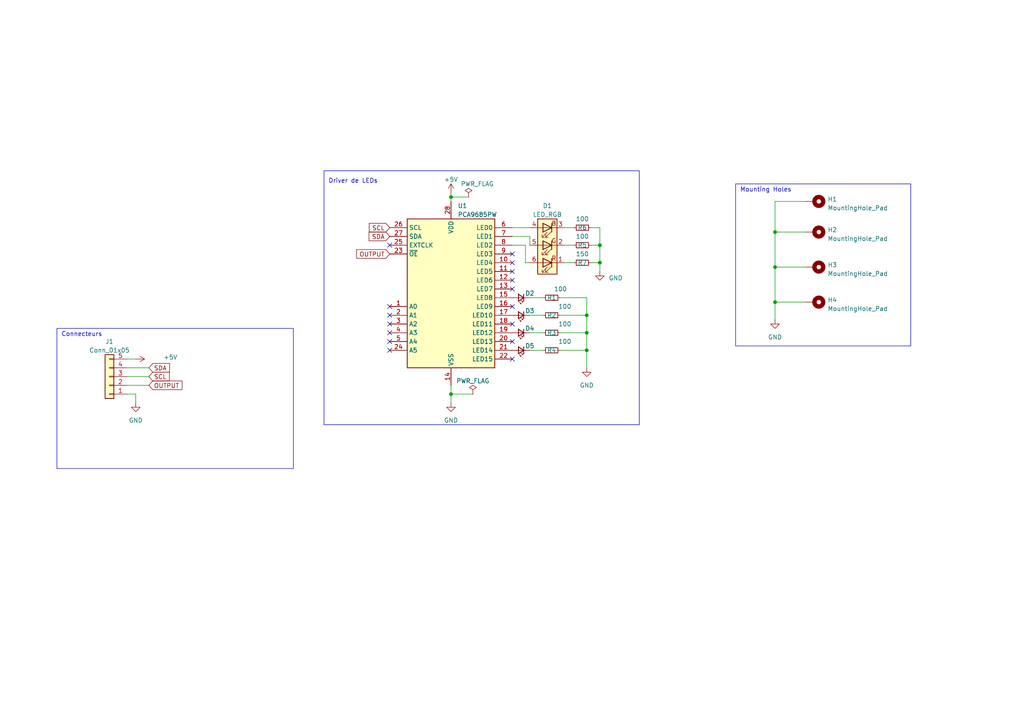
<source format=kicad_sch>
(kicad_sch (version 20230121) (generator eeschema)
  (paper "A4")
  (title_block (title "PCB LEDs") (date "2023-04-11") (rev "1.0") (company "ENSEA"))
  (lib_symbols
    (symbol "Connector_Generic:Conn_01x05" (pin_names (offset 1.016) hide)
      (property "Reference" "J" (at 0 7.62 0))
      (property "Value" "Conn_01x05" (at 0 -7.62 0))
      (symbol "Conn_01x05_1_1"
        (rectangle (start -1.27 -4.953) (end 0 -5.207) (stroke (width 0.1524)))
        (rectangle (start -1.27 -2.413) (end 0 -2.667) (stroke (width 0.1524)))
        (rectangle (start -1.27 0.127) (end 0 -0.127) (stroke (width 0.1524)))
        (rectangle (start -1.27 2.667) (end 0 2.413) (stroke (width 0.1524)))
        (rectangle (start -1.27 5.207) (end 0 4.953) (stroke (width 0.1524)))
        (rectangle (start -1.27 6.35) (end 1.27 -6.35) (stroke (width 0.254)) (fill (type background)))
        (pin passive line (at -5.08 5.08 0) (length 3.81) (name "Pin_1") (number "1"))
        (pin passive line (at -5.08 2.54 0) (length 3.81) (name "Pin_2") (number "2"))
        (pin passive line (at -5.08 0 0) (length 3.81) (name "Pin_3") (number "3"))
        (pin passive line (at -5.08 -2.54 0) (length 3.81) (name "Pin_4") (number "4"))
        (pin passive line (at -5.08 -5.08 0) (length 3.81) (name "Pin_5") (number "5"))
      )
    )
    (symbol "Device:LED_RGB" (pin_names (offset 0) hide)
      (property "Reference" "D" (at 0 9.398 0))
      (property "Value" "LED_RGB" (at 0 -8.89 0))
      (symbol "LED_RGB_0_0"
        (text "B" (at -1.905 -6.35 0) (effects (font (size 1.27 1.27))))
        (text "G" (at -1.905 -1.27 0) (effects (font (size 1.27 1.27))))
        (text "R" (at -1.905 3.81 0) (effects (font (size 1.27 1.27))))
      )
      (symbol "LED_RGB_0_1"
        (polyline (pts (xy -1.27 -5.08) (xy -2.54 -5.08)))
        (polyline (pts (xy -1.27 -5.08) (xy 1.27 -5.08)))
        (polyline (pts (xy -1.27 -3.81) (xy -1.27 -6.35)) (stroke (width 0.254)))
        (polyline (pts (xy -1.27 0) (xy -2.54 0)))
        (polyline (pts (xy -1.27 1.27) (xy -1.27 -1.27)) (stroke (width 0.254)))
        (polyline (pts (xy -1.27 5.08) (xy -2.54 5.08)))
        (polyline (pts (xy -1.27 5.08) (xy 1.27 5.08)))
        (polyline (pts (xy -1.27 6.35) (xy -1.27 3.81)) (stroke (width 0.254)))
        (polyline (pts (xy 1.27 -5.08) (xy 2.54 -5.08)))
        (polyline (pts (xy 1.27 0) (xy -1.27 0)))
        (polyline (pts (xy 1.27 0) (xy 2.54 0)))
        (polyline (pts (xy 1.27 5.08) (xy 2.54 5.08)))
        (polyline (pts (xy -1.27 1.27) (xy -1.27 -1.27) (xy -1.27 -1.27)))
        (polyline (pts (xy -1.27 6.35) (xy -1.27 3.81) (xy -1.27 3.81)))
        (polyline (pts (xy 1.27 -3.81) (xy 1.27 -6.35) (xy -1.27 -5.08) (xy 1.27 -3.81)) (stroke (width 0.254)))
        (polyline (pts (xy 1.27 1.27) (xy 1.27 -1.27) (xy -1.27 0) (xy 1.27 1.27)) (stroke (width 0.254)))
        (polyline (pts (xy 1.27 6.35) (xy 1.27 3.81) (xy -1.27 5.08) (xy 1.27 6.35)) (stroke (width 0.254)))
        (polyline (pts (xy -1.016 -3.81) (xy 0.508 -2.286) (xy -0.254 -2.286) (xy 0.508 -2.286) (xy 0.508 -3.048)))
        (polyline (pts (xy -1.016 1.27) (xy 0.508 2.794) (xy -0.254 2.794) (xy 0.508 2.794) (xy 0.508 2.032)))
        (polyline (pts (xy -1.016 6.35) (xy 0.508 7.874) (xy -0.254 7.874) (xy 0.508 7.874) (xy 0.508 7.112)))
        (polyline (pts (xy 0 -3.81) (xy 1.524 -2.286) (xy 0.762 -2.286) (xy 1.524 -2.286) (xy 1.524 -3.048)))
        (polyline (pts (xy 0 1.27) (xy 1.524 2.794) (xy 0.762 2.794) (xy 1.524 2.794) (xy 1.524 2.032)))
        (polyline (pts (xy 0 6.35) (xy 1.524 7.874) (xy 0.762 7.874) (xy 1.524 7.874) (xy 1.524 7.112)))
        (rectangle (start 1.27 -1.27) (end 1.27 1.27))
        (rectangle (start 1.27 1.27) (end 1.27 1.27))
        (rectangle (start 1.27 3.81) (end 1.27 6.35))
        (rectangle (start 1.27 6.35) (end 1.27 6.35))
        (rectangle (start 2.794 8.382) (end -2.794 -7.62) (stroke (width 0.254)) (fill (type background)))
      )
      (symbol "LED_RGB_1_1"
        (pin passive line (at -5.08 5.08 0) (length 2.54) (name "RK") (number "1"))
        (pin passive line (at -5.08 0 0) (length 2.54) (name "GK") (number "2"))
        (pin passive line (at -5.08 -5.08 0) (length 2.54) (name "BK") (number "3"))
        (pin passive line (at 5.08 -5.08 180) (length 2.54) (name "BA") (number "4"))
        (pin passive line (at 5.08 0 180) (length 2.54) (name "GA") (number "5"))
        (pin passive line (at 5.08 5.08 180) (length 2.54) (name "RA") (number "6"))
      )
    )
    (symbol "Device:LED_Small" (pin_numbers hide) (pin_names (offset 0.254) hide)
      (property "Reference" "D" (at -1.27 3.175 0))
      (property "Value" "LED_Small" (at -4.445 -2.54 0))
      (symbol "LED_Small_0_1"
        (polyline (pts (xy -0.762 -1.016) (xy -0.762 1.016)) (stroke (width 0.254)))
        (polyline (pts (xy 1.016 0) (xy -0.762 0)))
        (polyline (pts (xy 0.762 -1.016) (xy -0.762 0) (xy 0.762 1.016) (xy 0.762 -1.016)) (stroke (width 0.254)))
        (polyline (pts (xy 0 0.762) (xy -0.508 1.27) (xy -0.254 1.27) (xy -0.508 1.27) (xy -0.508 1.016)))
        (polyline (pts (xy 0.508 1.27) (xy 0 1.778) (xy 0.254 1.778) (xy 0 1.778) (xy 0 1.524)))
      )
      (symbol "LED_Small_1_1"
        (pin passive line (at -2.54 0 0) (length 1.778) (name "K") (number "1"))
        (pin passive line (at 2.54 0 180) (length 1.778) (name "A") (number "2"))
      )
    )
    (symbol "Device:R_Small" (pin_numbers hide) (pin_names (offset 0.254) hide)
      (property "Reference" "R" (at 0.762 0.508 0))
      (property "Value" "R_Small" (at 0.762 -1.016 0))
      (symbol "R_Small_0_1"
        (rectangle (start -0.762 1.778) (end 0.762 -1.778) (stroke (width 0.2032)))
      )
      (symbol "R_Small_1_1"
        (pin passive line (at 0 2.54 270) (length 0.762) (name "~") (number "1"))
        (pin passive line (at 0 -2.54 90) (length 0.762) (name "~") (number "2"))
      )
    )
    (symbol "Driver_LED:PCA9685PW"
      (property "Reference" "U" (at -12.7 22.225 0))
      (property "Value" "PCA9685PW" (at 1.27 22.225 0))
      (symbol "PCA9685PW_0_1"
        (rectangle (start -12.7 20.32) (end 12.7 -22.86) (stroke (width 0.254)) (fill (type background)))
      )
      (symbol "PCA9685PW_1_1"
        (pin input line (at -17.78 -5.08 0) (length 5.08) (name "A0") (number "1"))
        (pin output line (at 17.78 7.62 180) (length 5.08) (name "LED4") (number "10"))
        (pin output line (at 17.78 5.08 180) (length 5.08) (name "LED5") (number "11"))
        (pin output line (at 17.78 2.54 180) (length 5.08) (name "LED6") (number "12"))
        (pin output line (at 17.78 0 180) (length 5.08) (name "LED7") (number "13"))
        (pin power_in line (at 0 -27.94 90) (length 5.08) (name "VSS") (number "14"))
        (pin output line (at 17.78 -2.54 180) (length 5.08) (name "LED8") (number "15"))
        (pin output line (at 17.78 -5.08 180) (length 5.08) (name "LED9") (number "16"))
        (pin output line (at 17.78 -7.62 180) (length 5.08) (name "LED10") (number "17"))
        (pin output line (at 17.78 -10.16 180) (length 5.08) (name "LED11") (number "18"))
        (pin output line (at 17.78 -12.7 180) (length 5.08) (name "LED12") (number "19"))
        (pin input line (at -17.78 -7.62 0) (length 5.08) (name "A1") (number "2"))
        (pin output line (at 17.78 -15.24 180) (length 5.08) (name "LED13") (number "20"))
        (pin output line (at 17.78 -17.78 180) (length 5.08) (name "LED14") (number "21"))
        (pin output line (at 17.78 -20.32 180) (length 5.08) (name "LED15") (number "22"))
        (pin input line (at -17.78 10.16 0) (length 5.08) (name "~{OE}") (number "23"))
        (pin input line (at -17.78 -17.78 0) (length 5.08) (name "A5") (number "24"))
        (pin input line (at -17.78 12.7 0) (length 5.08) (name "EXTCLK") (number "25"))
        (pin input line (at -17.78 17.78 0) (length 5.08) (name "SCL") (number "26"))
        (pin bidirectional line (at -17.78 15.24 0) (length 5.08) (name "SDA") (number "27"))
        (pin power_in line (at 0 25.4 270) (length 5.08) (name "VDD") (number "28"))
        (pin input line (at -17.78 -10.16 0) (length 5.08) (name "A2") (number "3"))
        (pin input line (at -17.78 -12.7 0) (length 5.08) (name "A3") (number "4"))
        (pin input line (at -17.78 -15.24 0) (length 5.08) (name "A4") (number "5"))
        (pin output line (at 17.78 17.78 180) (length 5.08) (name "LED0") (number "6"))
        (pin output line (at 17.78 15.24 180) (length 5.08) (name "LED1") (number "7"))
        (pin output line (at 17.78 12.7 180) (length 5.08) (name "LED2") (number "8"))
        (pin output line (at 17.78 10.16 180) (length 5.08) (name "LED3") (number "9"))
      )
    )
    (symbol "Mechanical:MountingHole_Pad" (pin_numbers hide) (pin_names (offset 1.016) hide)
      (property "Reference" "H" (at 0 6.35 0))
      (property "Value" "MountingHole_Pad" (at 0 4.445 0))
      (symbol "MountingHole_Pad_0_1"
        (circle (center 0 1.27) (radius 1.27) (stroke (width 1.27)))
      )
      (symbol "MountingHole_Pad_1_1"
        (pin input line (at 0 -2.54 90) (length 2.54) (name "1") (number "1"))
      )
    )
    (symbol "power:+5V" (power) (pin_names (offset 0))
      (property "Value" "+5V" (at 0 3.556 0))
      (symbol "+5V_0_1"
        (polyline (pts (xy -0.762 1.27) (xy 0 2.54)))
        (polyline (pts (xy 0 0) (xy 0 2.54)))
        (polyline (pts (xy 0 2.54) (xy 0.762 1.27)))
      )
      (symbol "+5V_1_1"
        (pin power_in line (at 0 0 90) (length 0) hide (name "+5V") (number "1"))
      )
    )
    (symbol "power:GND" (power) (pin_names (offset 0))
      (property "Value" "GND" (at 0 -3.81 0))
      (symbol "GND_0_1"
        (polyline (pts (xy 0 0) (xy 0 -1.27) (xy 1.27 -1.27) (xy 0 -2.54) (xy -1.27 -1.27) (xy 0 -1.27)))
      )
      (symbol "GND_1_1"
        (pin power_in line (at 0 0 270) (length 0) hide (name "GND") (number "1"))
      )
    )
    (symbol "power:PWR_FLAG" (power) (pin_numbers hide) (pin_names (offset 0) hide)
      (property "Value" "PWR_FLAG" (at 0 3.81 0))
      (symbol "PWR_FLAG_0_0"
        (pin power_out line (at 0 0 90) (length 0) (name "pwr") (number "1"))
      )
      (symbol "PWR_FLAG_0_1"
        (polyline (pts (xy 0 0) (xy 0 1.27) (xy -1.016 1.905) (xy 0 2.54) (xy 1.016 1.905) (xy 0 1.27)))
      )
    )
  )
  (junction (at 224.79 77.47))
  (junction (at 170.18 101.6))
  (junction (at 130.81 57.15))
  (junction (at 173.99 76.2))
  (junction (at 130.81 114.3))
  (junction (at 170.18 91.44))
  (junction (at 224.79 67.31))
  (junction (at 170.18 96.52))
  (junction (at 173.99 71.12))
  (junction (at 224.79 87.63))
  (no_connect (at 113.03 71.12))
  (no_connect (at 113.03 91.44))
  (no_connect (at 148.59 76.2))
  (no_connect (at 148.59 81.28))
  (no_connect (at 113.03 88.9))
  (no_connect (at 148.59 78.74))
  (no_connect (at 148.59 83.82))
  (no_connect (at 113.03 93.98))
  (no_connect (at 113.03 96.52))
  (no_connect (at 148.59 73.66))
  (no_connect (at 148.59 93.98))
  (no_connect (at 148.59 104.14))
  (no_connect (at 148.59 88.9))
  (no_connect (at 113.03 99.06))
  (no_connect (at 148.59 99.06))
  (no_connect (at 113.03 101.6))
  (wire (pts (xy 130.81 114.3) (xy 137.16 114.3)))
  (polyline (pts (xy 93.98 49.53) (xy 185.42 49.53)))
  (wire (pts (xy 170.18 91.44) (xy 170.18 96.52)))
  (wire (pts (xy 43.18 111.76) (xy 36.83 111.76)))
  (wire (pts (xy 163.83 76.2) (xy 166.37 76.2)))
  (wire (pts (xy 163.83 66.04) (xy 166.37 66.04)))
  (wire (pts (xy 224.79 77.47) (xy 233.68 77.47)))
  (wire (pts (xy 162.56 96.52) (xy 170.18 96.52)))
  (wire (pts (xy 153.67 68.58) (xy 153.67 71.12)))
  (wire (pts (xy 170.18 101.6) (xy 170.18 106.68)))
  (wire (pts (xy 153.67 68.58) (xy 148.59 68.58)))
  (wire (pts (xy 43.18 109.22) (xy 36.83 109.22)))
  (wire (pts (xy 152.4 76.2) (xy 153.67 76.2)))
  (wire (pts (xy 170.18 86.36) (xy 170.18 91.44)))
  (wire (pts (xy 148.59 66.04) (xy 153.67 66.04)))
  (wire (pts (xy 36.83 104.14) (xy 39.37 104.14)))
  (wire (pts (xy 153.67 91.44) (xy 157.48 91.44)))
  (polyline (pts (xy 93.98 49.53) (xy 93.98 123.19)))
  (polyline (pts (xy 185.42 49.53) (xy 185.42 123.19)))
  (wire (pts (xy 170.18 96.52) (xy 170.18 101.6)))
  (wire (pts (xy 173.99 71.12) (xy 171.45 71.12)))
  (wire (pts (xy 224.79 77.47) (xy 224.79 87.63)))
  (wire (pts (xy 39.37 114.3) (xy 36.83 114.3)))
  (wire (pts (xy 224.79 87.63) (xy 224.79 92.71)))
  (wire (pts (xy 153.67 86.36) (xy 157.48 86.36)))
  (polyline (pts (xy 213.36 53.34) (xy 213.36 100.33)))
  (polyline (pts (xy 264.16 100.33) (xy 213.36 100.33)))
  (wire (pts (xy 162.56 86.36) (xy 170.18 86.36)))
  (wire (pts (xy 130.81 57.15) (xy 135.89 57.15)))
  (wire (pts (xy 171.45 66.04) (xy 173.99 66.04)))
  (wire (pts (xy 173.99 78.74) (xy 173.99 76.2)))
  (wire (pts (xy 36.83 106.68) (xy 43.18 106.68)))
  (wire (pts (xy 162.56 101.6) (xy 170.18 101.6)))
  (polyline (pts (xy 264.16 53.34) (xy 264.16 100.33)))
  (wire (pts (xy 171.45 76.2) (xy 173.99 76.2)))
  (polyline (pts (xy 213.36 53.34) (xy 264.16 53.34)))
  (wire (pts (xy 224.79 87.63) (xy 233.68 87.63)))
  (wire (pts (xy 130.81 114.3) (xy 130.81 111.76)))
  (polyline (pts (xy 185.42 123.19) (xy 93.98 123.19)))
  (wire (pts (xy 224.79 67.31) (xy 233.68 67.31)))
  (wire (pts (xy 153.67 96.52) (xy 157.48 96.52)))
  (wire (pts (xy 173.99 66.04) (xy 173.99 71.12)))
  (wire (pts (xy 130.81 55.88) (xy 130.81 57.15)))
  (wire (pts (xy 233.68 58.42) (xy 224.79 58.42)))
  (wire (pts (xy 152.4 71.12) (xy 152.4 76.2)))
  (wire (pts (xy 166.37 71.12) (xy 163.83 71.12)))
  (wire (pts (xy 224.79 67.31) (xy 224.79 77.47)))
  (wire (pts (xy 39.37 116.84) (xy 39.37 114.3)))
  (wire (pts (xy 162.56 91.44) (xy 170.18 91.44)))
  (wire (pts (xy 130.81 57.15) (xy 130.81 58.42)))
  (wire (pts (xy 224.79 58.42) (xy 224.79 67.31)))
  (wire (pts (xy 153.67 101.6) (xy 157.48 101.6)))
  (wire (pts (xy 148.59 71.12) (xy 152.4 71.12)))
  (wire (pts (xy 130.81 116.84) (xy 130.81 114.3)))
  (wire (pts (xy 173.99 76.2) (xy 173.99 71.12)))
  (rectangle (start 16.51 95.25) (end 85.09 135.89))
  (text "Connecteurs" (at 17.78 97.79 0) (effects (font (size 1.27 1.27)) (justify left bottom)))
  (text "Mounting Holes" (at 214.63 55.88 0) (effects (font (size 1.27 1.27)) (justify left bottom)))
  (text "Driver de LEDs" (at 95.25 53.34 0) (effects (font (size 1.27 1.27)) (justify left bottom)))
  (global_label "OUTPUT" (shape input) (at 43.18 111.76 0) (property "Intersheetrefs" "${INTERSHEET_REFS}" (effects hide)))
  (global_label "SCL" (shape input) (at 113.03 66.04 180) (property "Intersheetrefs" "${INTERSHEET_REFS}" (effects hide)))
  (global_label "SDA" (shape input) (at 113.03 68.58 180) (property "Intersheetrefs" "${INTERSHEET_REFS}" (effects hide)))
  (global_label "OUTPUT" (shape input) (at 113.03 73.66 180) (property "Intersheetrefs" "${INTERSHEET_REFS}" (effects hide)))
  (global_label "SDA" (shape input) (at 43.18 106.68 0) (property "Intersheetrefs" "${INTERSHEET_REFS}" (effects hide)))
  (global_label "SCL" (shape input) (at 43.18 109.22 0) (property "Intersheetrefs" "${INTERSHEET_REFS}" (effects hide)))
  (symbol (lib_id "Device:R_Small") (at 160.02 96.52 90) (unit 1)
    (property "Reference" "R3" (at 160.02 96.52 90))
    (property "Value" "100" (at 163.83 93.98 90))
    (property "Footprint" "Resistor_SMD:R_0603_1608Metric_Pad0.98x0.95mm_HandSolder" (effects hide))
  )
  (symbol (lib_id "power:GND") (at 170.18 106.68 0) (unit 1)
    (property "Reference" "#PWR04" (effects hide))
    (property "Value" "GND" (at 170.18 111.76 0))
  )
  (symbol (lib_id "Device:LED_Small") (at 151.13 91.44 180) (unit 1)
    (property "Reference" "D3" (at 153.67 90.17 0))
    (property "Value" "LED_2" (effects hide))
    (property "Footprint" "LED_SMD:LED_0603_1608Metric_Pad1.05x0.95mm_HandSolder" (effects hide))
  )
  (symbol (lib_id "Device:R_Small") (at 168.91 76.2 90) (unit 1)
    (property "Reference" "R7" (at 168.91 76.2 90))
    (property "Value" "150" (at 168.91 73.66 90))
    (property "Footprint" "Resistor_SMD:R_0603_1608Metric_Pad0.98x0.95mm_HandSolder" (effects hide))
  )
  (symbol (lib_id "Connector_Generic:Conn_01x05") (at 31.75 109.22 180) (unit 1)
    (property "Reference" "J1" (at 31.75 99.06 0))
    (property "Value" "Conn_01x05" (at 31.75 101.6 0))
    (property "Footprint" "Connector_JST:JST_XH_B5B-XH-A_1x05_P2.50mm_Vertical" (effects hide))
  )
  (symbol (lib_id "power:PWR_FLAG") (at 137.16 114.3 0) (unit 1)
    (property "Reference" "#FLG01" (effects hide))
    (property "Value" "PWR_FLAG" (at 137.16 110.49 0))
  )
  (symbol (lib_id "Device:LED_Small") (at 151.13 86.36 180) (unit 1)
    (property "Reference" "D2" (at 153.67 85.09 0))
    (property "Value" "LED_1" (effects hide))
    (property "Footprint" "LED_SMD:LED_0603_1608Metric_Pad1.05x0.95mm_HandSolder" (effects hide))
  )
  (symbol (lib_id "power:GND") (at 130.81 116.84 0) (unit 1)
    (property "Reference" "#PWR02" (effects hide))
    (property "Value" "GND" (at 130.81 121.92 0))
  )
  (symbol (lib_id "Mechanical:MountingHole_Pad") (at 236.22 58.42 270) (unit 1)
    (property "Reference" "H1" (at 240.03 57.785 90) (effects (justify left)))
    (property "Value" "MountingHole_Pad" (at 240.03 60.325 90) (effects (justify left)))
    (property "Footprint" "MountingHole:MountingHole_3.2mm_M3_DIN965_Pad" (effects hide))
  )
  (symbol (lib_id "Device:LED_Small") (at 151.13 96.52 180) (unit 1)
    (property "Reference" "D4" (at 153.67 95.25 0))
    (property "Value" "LED_3" (effects hide))
    (property "Footprint" "LED_SMD:LED_0603_1608Metric_Pad1.05x0.95mm_HandSolder" (effects hide))
  )
  (symbol (lib_id "power:+5V") (at 130.81 55.88 0) (unit 1)
    (property "Reference" "#PWR01" (effects hide))
    (property "Value" "+5V" (at 130.81 52.07 0))
  )
  (symbol (lib_id "Mechanical:MountingHole_Pad") (at 236.22 67.31 270) (unit 1)
    (property "Reference" "H2" (at 240.03 66.675 90) (effects (justify left)))
    (property "Value" "MountingHole_Pad" (at 240.03 69.215 90) (effects (justify left)))
    (property "Footprint" "MountingHole:MountingHole_3.2mm_M3_DIN965_Pad" (effects hide))
  )
  (symbol (lib_id "Mechanical:MountingHole_Pad") (at 236.22 77.47 270) (unit 1)
    (property "Reference" "H3" (at 240.03 76.835 90) (effects (justify left)))
    (property "Value" "MountingHole_Pad" (at 240.03 79.375 90) (effects (justify left)))
    (property "Footprint" "MountingHole:MountingHole_3.2mm_M3_DIN965_Pad" (effects hide))
  )
  (symbol (lib_id "Device:R_Small") (at 160.02 86.36 90) (unit 1)
    (property "Reference" "R1" (at 160.02 86.36 90))
    (property "Value" "100" (at 162.56 83.82 90))
    (property "Footprint" "Resistor_SMD:R_0603_1608Metric_Pad0.98x0.95mm_HandSolder" (effects hide))
  )
  (symbol (lib_id "power:GND") (at 224.79 92.71 0) (unit 1)
    (property "Reference" "#PWR03" (effects hide))
    (property "Value" "GND" (at 224.79 97.79 0))
  )
  (symbol (lib_id "Device:R_Small") (at 160.02 91.44 90) (unit 1)
    (property "Reference" "R2" (at 160.02 91.44 90))
    (property "Value" "100" (at 163.83 88.9 90))
    (property "Footprint" "Resistor_SMD:R_0603_1608Metric_Pad0.98x0.95mm_HandSolder" (effects hide))
  )
  (symbol (lib_id "power:GND") (at 173.99 78.74 0) (unit 1)
    (property "Reference" "#PWR05" (effects hide))
    (property "Value" "GND" (at 176.53 80.645 0) (effects (justify left)))
  )
  (symbol (lib_id "power:GND") (at 39.37 116.84 0) (unit 1)
    (property "Reference" "#PWR010" (effects hide))
    (property "Value" "GND" (at 39.37 121.92 0))
  )
  (symbol (lib_id "Device:LED_RGB") (at 158.75 71.12 180) (unit 1)
    (property "Reference" "D1" (at 158.75 59.69 0))
    (property "Value" "LED_RGB" (at 158.75 62.23 0))
    (property "Footprint" "LED_SMD:LED_Avago_PLCC6_3x2.8mm" (effects hide))
  )
  (symbol (lib_id "Device:R_Small") (at 168.91 71.12 90) (unit 1)
    (property "Reference" "R5" (at 168.91 71.12 90))
    (property "Value" "100" (at 168.91 68.58 90))
    (property "Footprint" "Resistor_SMD:R_0603_1608Metric_Pad0.98x0.95mm_HandSolder" (effects hide))
  )
  (symbol (lib_id "Device:R_Small") (at 168.91 66.04 90) (unit 1)
    (property "Reference" "R6" (at 168.91 66.04 90))
    (property "Value" "100" (at 168.91 63.5 90))
    (property "Footprint" "Resistor_SMD:R_0603_1608Metric_Pad0.98x0.95mm_HandSolder" (effects hide))
  )
  (symbol (lib_id "Device:LED_Small") (at 151.13 101.6 180) (unit 1)
    (property "Reference" "D5" (at 153.67 100.33 0))
    (property "Value" "LED_4" (effects hide))
    (property "Footprint" "LED_SMD:LED_0603_1608Metric_Pad1.05x0.95mm_HandSolder" (effects hide))
  )
  (symbol (lib_id "Mechanical:MountingHole_Pad") (at 236.22 87.63 270) (unit 1)
    (property "Reference" "H4" (at 240.03 86.995 90) (effects (justify left)))
    (property "Value" "MountingHole_Pad" (at 240.03 89.535 90) (effects (justify left)))
    (property "Footprint" "MountingHole:MountingHole_3.2mm_M3_DIN965_Pad" (effects hide))
  )
  (symbol (lib_id "Driver_LED:PCA9685PW") (at 130.81 83.82 0) (unit 1)
    (property "Reference" "U1" (at 132.7659 59.69 0) (effects (justify left)))
    (property "Value" "PCA9685PW" (at 132.7659 62.23 0) (effects (justify left)))
    (property "Footprint" "Package_SO:TSSOP-28_4.4x9.7mm_P0.65mm" (effects hide))
    (property "Datasheet" "http://www.nxp.com/documents/data_sheet/PCA9685.pdf" (effects hide))
  )
  (symbol (lib_id "power:PWR_FLAG") (at 135.89 57.15 0) (unit 1)
    (property "Reference" "#FLG02" (effects hide))
    (property "Value" "PWR_FLAG" (at 138.43 53.34 0))
  )
  (symbol (lib_id "Device:R_Small") (at 160.02 101.6 90) (unit 1)
    (property "Reference" "R4" (at 160.02 101.6 90))
    (property "Value" "100" (at 163.83 99.06 90))
    (property "Footprint" "Resistor_SMD:R_0603_1608Metric_Pad0.98x0.95mm_HandSolder" (effects hide))
  )
  (symbol (lib_id "power:+5V") (at 39.37 104.14 270) (unit 1)
    (property "Reference" "#PWR011" (effects hide))
    (property "Value" "+5V" (at 47.384 103.6164 90) (effects (justify left)))
  )
)
</source>
